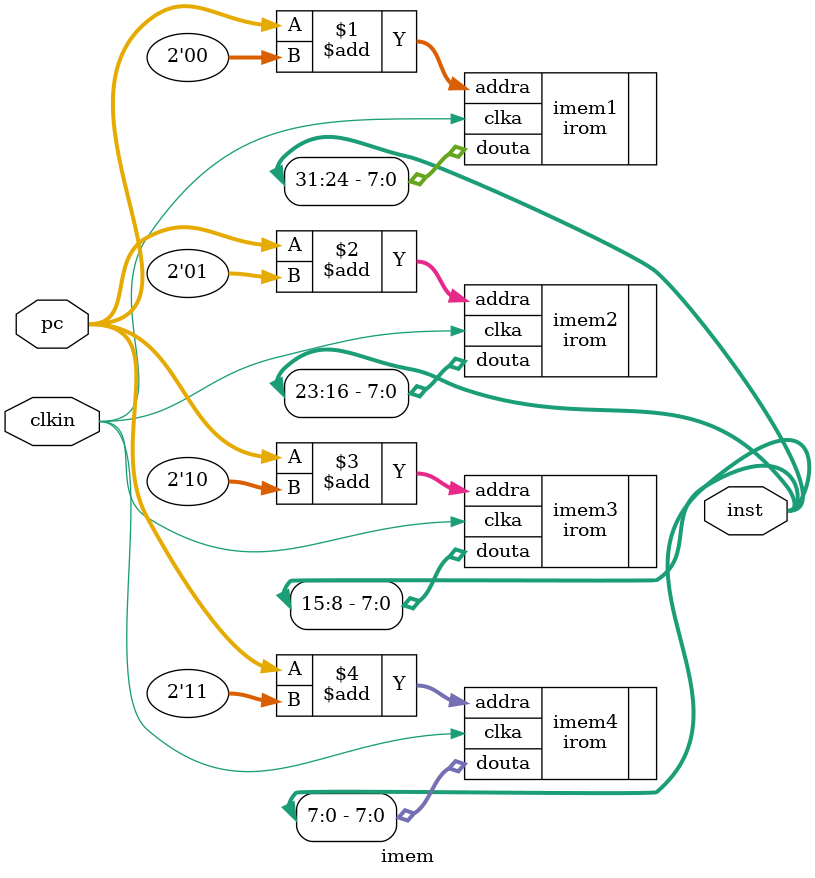
<source format=v>
`timescale 1ns / 1ps
module imem (
    input clkin,
    input [7:0] pc,
    output [31:0] inst
);  
irom imem1(
    .clka(clkin),    // input wire clka
    .addra(pc + 2'b00),  // input wire [7 : 0] addra
    .douta(inst[31:24])  // output wire [7 : 0] douta
); 
irom imem2(
    .clka(clkin),    // input wire clka
    .addra(pc+2'b01),  // input wire [7 : 0] addra
    .douta(inst[23:16])  // output wire [7 : 0] douta
); 
irom imem3(
    .clka(clkin),    // input wire clka
    .addra(pc+2'b10),  // input wire [7 : 0] addra
    .douta(inst[15:8])  // output wire [7 : 0] douta
); 
irom imem4(
    .clka(clkin),    // input wire clka
    .addra(pc+2'b11),  // input wire [7 : 0] addra
    .douta(inst[7:0])  // output wire [7 : 0] douta
); 
endmodule
/*
24 01 00 08
34 02 00 02
00 41 18 20
00 62 28 22
00 a2 20 24
00 82 40 25
00 08 40 40
15 01 ff fe
28 46 00 04
28 c7 00 00
24 e7 00 08
10 e1 ff fe
ac 22 00 04
8c 29 00 04
24 0a ff fe
25 4a 00 01
05 40 ff fe
30 4b 00 02
3c 0c ff ff
00 0c 60 43
00 0c 60 42
00 cc 60 04
00 cc 60 07
00 cc 60 06
01 ef 78 26
39 ad 00 01
1d a0 ff fe
01 ae 68 27
01 ae 68 26
01 ae 70 2a
a4 2c 00 02
84 2c 00 02
a0 2c 00 01
80 2c 00 01
0c 00 00 24
08 00 00 2b
01 a9 00 19
00 00 78 10
00 00 80 12
01 a9 00 1b
00 00 88 10
00 00 90 12
03 e0 00 08
fc 00 00 00
*/
</source>
